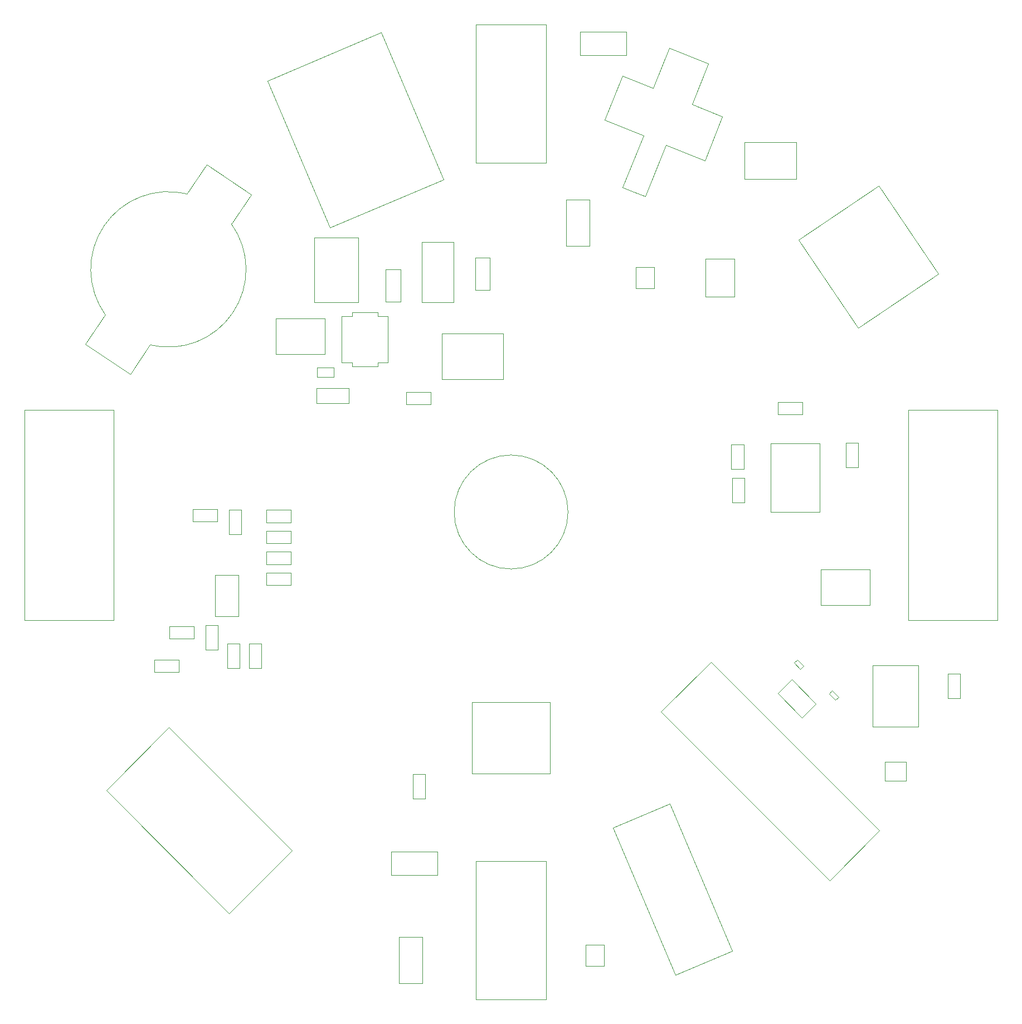
<source format=gbr>
G04 #@! TF.GenerationSoftware,KiCad,Pcbnew,5.1.4-e60b266~84~ubuntu18.04.1*
G04 #@! TF.CreationDate,2019-11-06T11:35:47-05:00*
G04 #@! TF.ProjectId,datapod,64617461-706f-4642-9e6b-696361645f70,1*
G04 #@! TF.SameCoordinates,Original*
G04 #@! TF.FileFunction,Other,User*
%FSLAX46Y46*%
G04 Gerber Fmt 4.6, Leading zero omitted, Abs format (unit mm)*
G04 Created by KiCad (PCBNEW 5.1.4-e60b266~84~ubuntu18.04.1) date 2019-11-06 11:35:47*
%MOMM*%
%LPD*%
G04 APERTURE LIST*
%ADD10C,0.050000*%
G04 APERTURE END LIST*
D10*
X144293213Y-120404188D02*
X143303264Y-119414239D01*
X144788188Y-119909213D02*
X144293213Y-120404188D01*
X143798239Y-118919264D02*
X144788188Y-119909213D01*
X143303264Y-119414239D02*
X143798239Y-118919264D01*
X112240000Y-49110000D02*
X112240000Y-56110000D01*
X112240000Y-56110000D02*
X108740000Y-56110000D01*
X108740000Y-56110000D02*
X108740000Y-49110000D01*
X108740000Y-49110000D02*
X112240000Y-49110000D01*
X154830000Y-110650000D02*
X154830000Y-105250000D01*
X154830000Y-105250000D02*
X147430000Y-105250000D01*
X147430000Y-105250000D02*
X147430000Y-110650000D01*
X147430000Y-110650000D02*
X154830000Y-110650000D01*
X148619538Y-124095513D02*
X149114513Y-123600538D01*
X149114513Y-123600538D02*
X150104462Y-124590487D01*
X150104462Y-124590487D02*
X149609487Y-125085462D01*
X149609487Y-125085462D02*
X148619538Y-124095513D01*
X142986183Y-121941862D02*
X140864862Y-124063183D01*
X140864862Y-124063183D02*
X144541817Y-127740138D01*
X144541817Y-127740138D02*
X146663138Y-125618817D01*
X146663138Y-125618817D02*
X142986183Y-121941862D01*
X162200000Y-119810000D02*
X155300000Y-119810000D01*
X162200000Y-129110000D02*
X155300000Y-129110000D01*
X155300000Y-129110000D02*
X155300000Y-119810000D01*
X162200000Y-129110000D02*
X162200000Y-119810000D01*
X156281654Y-144905611D02*
X130684389Y-119308346D01*
X130684389Y-119308346D02*
X123118346Y-126874389D01*
X123118346Y-126874389D02*
X148715611Y-152471654D01*
X148715611Y-152471654D02*
X156281654Y-144905611D01*
X87310000Y-136335000D02*
X87310000Y-140035000D01*
X85410000Y-136335000D02*
X87310000Y-136335000D01*
X85410000Y-140035000D02*
X85410000Y-136335000D01*
X87310000Y-140035000D02*
X85410000Y-140035000D01*
X94400000Y-125410000D02*
X94400000Y-136210000D01*
X94400000Y-136210000D02*
X106260000Y-136210000D01*
X106260000Y-136210000D02*
X106260000Y-125410000D01*
X106260000Y-125410000D02*
X94400000Y-125410000D01*
X114430000Y-165430000D02*
X114430000Y-162230000D01*
X111630000Y-165430000D02*
X111630000Y-162230000D01*
X111630000Y-165430000D02*
X114430000Y-165430000D01*
X114430000Y-162230000D02*
X111630000Y-162230000D01*
X94980000Y-170520000D02*
X105680000Y-170520000D01*
X94980000Y-149520000D02*
X94980000Y-170520000D01*
X105680000Y-149520000D02*
X94980000Y-149520000D01*
X105680000Y-170520000D02*
X105680000Y-149520000D01*
X38805982Y-138785040D02*
X57516028Y-157495085D01*
X57516028Y-157495085D02*
X67061969Y-147949144D01*
X67061969Y-147949144D02*
X48351924Y-129239099D01*
X48351924Y-129239099D02*
X38805982Y-138785040D01*
X26400000Y-112940000D02*
X39950000Y-112940000D01*
X39950000Y-112940000D02*
X39950000Y-81040000D01*
X39950000Y-81040000D02*
X26400000Y-81040000D01*
X26400000Y-81040000D02*
X26400000Y-112940000D01*
X51031540Y-48221160D02*
G75*
G03X38667982Y-66560873I-2771540J-11468840D01*
G01*
X45488460Y-71158840D02*
G75*
G03X57852018Y-52819127I2771540J11468840D01*
G01*
X38667982Y-66560873D02*
X35653932Y-71029385D01*
X35653932Y-71029385D02*
X42468621Y-75625951D01*
X42468621Y-75625951D02*
X45482671Y-71157438D01*
X60866068Y-48350615D02*
X57852018Y-52819127D01*
X60866068Y-48350615D02*
X54051379Y-43754049D01*
X54051379Y-43754049D02*
X51037329Y-48222562D01*
X63356552Y-31045611D02*
X72831781Y-53367854D01*
X72831781Y-53367854D02*
X90100453Y-46037738D01*
X90100453Y-46037738D02*
X80625223Y-23715495D01*
X80625223Y-23715495D02*
X63356552Y-31045611D01*
X105680000Y-22520000D02*
X94980000Y-22520000D01*
X105680000Y-43520000D02*
X105680000Y-22520000D01*
X94980000Y-43520000D02*
X105680000Y-43520000D01*
X94980000Y-22520000D02*
X94980000Y-43520000D01*
X110800000Y-23650000D02*
X117800000Y-23650000D01*
X117800000Y-23650000D02*
X117800000Y-27150000D01*
X117800000Y-27150000D02*
X110800000Y-27150000D01*
X110800000Y-27150000D02*
X110800000Y-23650000D01*
X127314335Y-27288552D02*
X124347347Y-26089811D01*
X124347347Y-26089811D02*
X121874943Y-32209225D01*
X121874943Y-32209225D02*
X117239024Y-30336192D01*
X117239024Y-30336192D02*
X114541856Y-37011916D01*
X114541856Y-37011916D02*
X120429474Y-39390667D01*
X120429474Y-39390667D02*
X117264048Y-47225371D01*
X117264048Y-47225371D02*
X118979338Y-47918393D01*
X127314335Y-27288552D02*
X130281323Y-28487294D01*
X130281323Y-28487294D02*
X127808920Y-34606707D01*
X127808920Y-34606707D02*
X132444839Y-36479740D01*
X132444839Y-36479740D02*
X129747672Y-43155464D01*
X129747672Y-43155464D02*
X123860054Y-40776712D01*
X123860054Y-40776712D02*
X120694628Y-48611415D01*
X120694628Y-48611415D02*
X118979338Y-47918393D01*
X135750000Y-40380000D02*
X135750000Y-45980000D01*
X143650000Y-40380000D02*
X143650000Y-45980000D01*
X135750000Y-40380000D02*
X143650000Y-40380000D01*
X135750000Y-45980000D02*
X143650000Y-45980000D01*
X144011688Y-55188372D02*
X156198541Y-46968237D01*
X144011688Y-55188372D02*
X153048246Y-68585620D01*
X156198541Y-46968237D02*
X165235098Y-60365484D01*
X153048246Y-68585620D02*
X165235098Y-60365484D01*
X108980000Y-96520000D02*
G75*
G03X108980000Y-96520000I-8650000J0D01*
G01*
X133797000Y-86279000D02*
X135697000Y-86279000D01*
X135697000Y-86279000D02*
X135697000Y-89979000D01*
X135697000Y-89979000D02*
X133797000Y-89979000D01*
X133797000Y-89979000D02*
X133797000Y-86279000D01*
X151196000Y-89725000D02*
X151196000Y-86025000D01*
X153096000Y-89725000D02*
X151196000Y-89725000D01*
X153096000Y-86025000D02*
X153096000Y-89725000D01*
X151196000Y-86025000D02*
X153096000Y-86025000D01*
X144598000Y-81722000D02*
X140898000Y-81722000D01*
X144598000Y-79822000D02*
X144598000Y-81722000D01*
X140898000Y-79822000D02*
X144598000Y-79822000D01*
X140898000Y-81722000D02*
X140898000Y-79822000D01*
X133924000Y-91359000D02*
X135824000Y-91359000D01*
X135824000Y-91359000D02*
X135824000Y-95059000D01*
X135824000Y-95059000D02*
X133924000Y-95059000D01*
X133924000Y-95059000D02*
X133924000Y-91359000D01*
X168590000Y-124795000D02*
X166690000Y-124795000D01*
X166690000Y-124795000D02*
X166690000Y-121095000D01*
X166690000Y-121095000D02*
X168590000Y-121095000D01*
X168590000Y-121095000D02*
X168590000Y-124795000D01*
X55698000Y-96078000D02*
X55698000Y-97978000D01*
X55698000Y-97978000D02*
X51998000Y-97978000D01*
X51998000Y-97978000D02*
X51998000Y-96078000D01*
X51998000Y-96078000D02*
X55698000Y-96078000D01*
X53914000Y-117420000D02*
X53914000Y-113720000D01*
X55814000Y-117420000D02*
X53914000Y-117420000D01*
X55814000Y-113720000D02*
X55814000Y-117420000D01*
X53914000Y-113720000D02*
X55814000Y-113720000D01*
X66865000Y-96205000D02*
X66865000Y-98105000D01*
X66865000Y-98105000D02*
X63165000Y-98105000D01*
X63165000Y-98105000D02*
X63165000Y-96205000D01*
X63165000Y-96205000D02*
X66865000Y-96205000D01*
X66865000Y-104455000D02*
X63165000Y-104455000D01*
X66865000Y-102555000D02*
X66865000Y-104455000D01*
X63165000Y-102555000D02*
X66865000Y-102555000D01*
X63165000Y-104455000D02*
X63165000Y-102555000D01*
X57216000Y-120205000D02*
X57216000Y-116505000D01*
X59116000Y-120205000D02*
X57216000Y-120205000D01*
X59116000Y-116505000D02*
X59116000Y-120205000D01*
X57216000Y-116505000D02*
X59116000Y-116505000D01*
X49847000Y-118938000D02*
X49847000Y-120838000D01*
X49847000Y-120838000D02*
X46147000Y-120838000D01*
X46147000Y-120838000D02*
X46147000Y-118938000D01*
X46147000Y-118938000D02*
X49847000Y-118938000D01*
X70792500Y-79987000D02*
X70792500Y-77747000D01*
X70792500Y-77747000D02*
X75692500Y-77747000D01*
X75692500Y-77747000D02*
X75692500Y-79987000D01*
X75692500Y-79987000D02*
X70792500Y-79987000D01*
X91554000Y-64676000D02*
X86754000Y-64676000D01*
X86754000Y-64676000D02*
X86754000Y-55516000D01*
X86754000Y-55516000D02*
X91554000Y-55516000D01*
X91554000Y-55516000D02*
X91554000Y-64676000D01*
X84383000Y-80198000D02*
X84383000Y-78298000D01*
X84383000Y-78298000D02*
X88083000Y-78298000D01*
X88083000Y-78298000D02*
X88083000Y-80198000D01*
X88083000Y-80198000D02*
X84383000Y-80198000D01*
X83543000Y-59689500D02*
X83543000Y-64589500D01*
X81303000Y-59689500D02*
X83543000Y-59689500D01*
X81303000Y-64589500D02*
X81303000Y-59689500D01*
X83543000Y-64589500D02*
X81303000Y-64589500D01*
X97132000Y-62811500D02*
X94892000Y-62811500D01*
X94892000Y-62811500D02*
X94892000Y-57911500D01*
X94892000Y-57911500D02*
X97132000Y-57911500D01*
X97132000Y-57911500D02*
X97132000Y-62811500D01*
X89130000Y-148110000D02*
X89130000Y-151610000D01*
X82130000Y-148110000D02*
X89130000Y-148110000D01*
X82130000Y-151610000D02*
X82130000Y-148110000D01*
X89130000Y-151610000D02*
X82130000Y-151610000D01*
X86840000Y-168060000D02*
X83340000Y-168060000D01*
X86840000Y-161060000D02*
X86840000Y-168060000D01*
X83340000Y-161060000D02*
X86840000Y-161060000D01*
X83340000Y-168060000D02*
X83340000Y-161060000D01*
X73386000Y-74611000D02*
X73386000Y-76011000D01*
X70886000Y-74611000D02*
X73386000Y-74611000D01*
X70886000Y-76011000D02*
X70886000Y-74611000D01*
X73386000Y-76011000D02*
X70886000Y-76011000D01*
X70437000Y-64688000D02*
X70437000Y-54888000D01*
X70437000Y-54888000D02*
X77137000Y-54888000D01*
X77137000Y-54888000D02*
X77137000Y-64688000D01*
X77137000Y-64688000D02*
X70437000Y-64688000D01*
X133905953Y-163127658D02*
X124430723Y-140805415D01*
X124430723Y-140805415D02*
X115814798Y-144462659D01*
X115814798Y-144462659D02*
X125290028Y-166784901D01*
X125290028Y-166784901D02*
X133905953Y-163127658D01*
X174260000Y-81040000D02*
X160710000Y-81040000D01*
X160710000Y-81040000D02*
X160710000Y-112940000D01*
X160710000Y-112940000D02*
X174260000Y-112940000D01*
X174260000Y-112940000D02*
X174260000Y-81040000D01*
X48442000Y-115758000D02*
X48442000Y-113858000D01*
X48442000Y-113858000D02*
X52142000Y-113858000D01*
X52142000Y-113858000D02*
X52142000Y-115758000D01*
X52142000Y-115758000D02*
X48442000Y-115758000D01*
X74605000Y-66802000D02*
X76155000Y-66802000D01*
X76155000Y-73802000D02*
X74605000Y-73802000D01*
X76155000Y-66802000D02*
X76155000Y-66202000D01*
X76155000Y-74402000D02*
X76155000Y-73802000D01*
X81605000Y-73802000D02*
X80055000Y-73802000D01*
X80055000Y-73802000D02*
X80055000Y-74402000D01*
X80055000Y-66802000D02*
X81605000Y-66802000D01*
X80055000Y-66202000D02*
X80055000Y-66802000D01*
X76155000Y-66202000D02*
X80055000Y-66202000D01*
X74605000Y-73802000D02*
X74605000Y-66802000D01*
X80055000Y-74402000D02*
X76155000Y-74402000D01*
X81605000Y-66802000D02*
X81605000Y-73802000D01*
X122050000Y-59360000D02*
X119250000Y-59360000D01*
X119250000Y-62560000D02*
X122050000Y-62560000D01*
X119250000Y-62560000D02*
X119250000Y-59360000D01*
X122050000Y-62560000D02*
X122050000Y-59360000D01*
X160350000Y-137290000D02*
X160350000Y-134490000D01*
X157150000Y-134490000D02*
X157150000Y-137290000D01*
X157150000Y-134490000D02*
X160350000Y-134490000D01*
X157150000Y-137290000D02*
X160350000Y-137290000D01*
X57470000Y-99885000D02*
X57470000Y-96185000D01*
X59370000Y-99885000D02*
X57470000Y-99885000D01*
X59370000Y-96185000D02*
X59370000Y-99885000D01*
X57470000Y-96185000D02*
X59370000Y-96185000D01*
X60518000Y-120223000D02*
X60518000Y-116523000D01*
X62418000Y-120223000D02*
X60518000Y-120223000D01*
X62418000Y-116523000D02*
X62418000Y-120223000D01*
X60518000Y-116523000D02*
X62418000Y-116523000D01*
X66865000Y-105730000D02*
X66865000Y-107630000D01*
X66865000Y-107630000D02*
X63165000Y-107630000D01*
X63165000Y-107630000D02*
X63165000Y-105730000D01*
X63165000Y-105730000D02*
X66865000Y-105730000D01*
X63165000Y-101280000D02*
X63165000Y-99380000D01*
X63165000Y-99380000D02*
X66865000Y-99380000D01*
X66865000Y-99380000D02*
X66865000Y-101280000D01*
X66865000Y-101280000D02*
X63165000Y-101280000D01*
X129870000Y-58110000D02*
X134280000Y-58110000D01*
X129870000Y-58110000D02*
X129870000Y-63810000D01*
X134280000Y-63810000D02*
X134280000Y-58110000D01*
X134280000Y-63810000D02*
X129870000Y-63810000D01*
X89838000Y-76348000D02*
X99138000Y-76348000D01*
X89838000Y-69448000D02*
X99138000Y-69448000D01*
X89838000Y-76348000D02*
X89838000Y-69448000D01*
X99138000Y-76348000D02*
X99138000Y-69448000D01*
X139810000Y-86113000D02*
X139810000Y-96513000D01*
X139810000Y-96513000D02*
X147210000Y-96513000D01*
X147210000Y-96513000D02*
X147210000Y-86113000D01*
X147210000Y-86113000D02*
X139810000Y-86113000D01*
X55400000Y-112370000D02*
X58900000Y-112370000D01*
X58900000Y-112370000D02*
X58900000Y-106070000D01*
X58900000Y-106070000D02*
X55400000Y-106070000D01*
X55400000Y-106070000D02*
X55400000Y-112370000D01*
X64626000Y-67150000D02*
X64626000Y-72550000D01*
X64626000Y-72550000D02*
X72026000Y-72550000D01*
X72026000Y-72550000D02*
X72026000Y-67150000D01*
X72026000Y-67150000D02*
X64626000Y-67150000D01*
M02*

</source>
